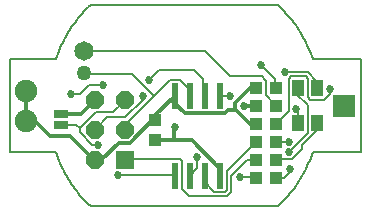
<source format=gtl>
G75*
%MOIN*%
%OFA0B0*%
%FSLAX25Y25*%
%IPPOS*%
%LPD*%
%AMOC8*
5,1,8,0,0,1.08239X$1,22.5*
%
%ADD10C,0.00500*%
%ADD11R,0.03937X0.04331*%
%ADD12R,0.05000X0.02500*%
%ADD13R,0.04331X0.03937*%
%ADD14R,0.02400X0.08700*%
%ADD15R,0.07500X0.07500*%
%ADD16C,0.07500*%
%ADD17C,0.06500*%
%ADD18C,0.05000*%
%ADD19R,0.03937X0.05512*%
%ADD20R,0.05906X0.05906*%
%ADD21OC8,0.05906*%
%ADD22C,0.01200*%
%ADD23C,0.02700*%
%ADD24C,0.00800*%
D10*
X0001250Y0024750D02*
X0016750Y0024750D01*
X0001250Y0024750D02*
X0001250Y0055750D01*
X0016750Y0055750D01*
X0028250Y0073750D02*
X0090750Y0073750D01*
X0102250Y0055750D02*
X0118250Y0055750D01*
X0118250Y0024750D01*
X0102250Y0024750D01*
X0090750Y0006750D02*
X0028250Y0006750D01*
X0027533Y0007421D01*
X0026832Y0008109D01*
X0026148Y0008814D01*
X0025481Y0009534D01*
X0024831Y0010270D01*
X0024198Y0011022D01*
X0023584Y0011788D01*
X0022988Y0012569D01*
X0022411Y0013364D01*
X0021854Y0014172D01*
X0021315Y0014993D01*
X0020796Y0015827D01*
X0020297Y0016673D01*
X0019819Y0017530D01*
X0019361Y0018399D01*
X0018923Y0019278D01*
X0018507Y0020168D01*
X0018112Y0021067D01*
X0017739Y0021975D01*
X0017387Y0022892D01*
X0017058Y0023817D01*
X0016750Y0024750D01*
X0016750Y0055750D02*
X0017058Y0056683D01*
X0017387Y0057608D01*
X0017739Y0058525D01*
X0018112Y0059433D01*
X0018507Y0060332D01*
X0018923Y0061222D01*
X0019361Y0062101D01*
X0019819Y0062970D01*
X0020297Y0063827D01*
X0020796Y0064673D01*
X0021315Y0065507D01*
X0021854Y0066328D01*
X0022411Y0067136D01*
X0022988Y0067931D01*
X0023584Y0068712D01*
X0024198Y0069478D01*
X0024831Y0070230D01*
X0025481Y0070966D01*
X0026148Y0071686D01*
X0026832Y0072391D01*
X0027533Y0073079D01*
X0028250Y0073750D01*
X0090750Y0073750D02*
X0091467Y0073079D01*
X0092168Y0072391D01*
X0092852Y0071686D01*
X0093519Y0070966D01*
X0094169Y0070230D01*
X0094802Y0069478D01*
X0095416Y0068712D01*
X0096012Y0067931D01*
X0096589Y0067136D01*
X0097146Y0066328D01*
X0097685Y0065507D01*
X0098204Y0064673D01*
X0098703Y0063827D01*
X0099181Y0062970D01*
X0099639Y0062101D01*
X0100077Y0061222D01*
X0100493Y0060332D01*
X0100888Y0059433D01*
X0101261Y0058525D01*
X0101613Y0057608D01*
X0101942Y0056683D01*
X0102250Y0055750D01*
X0102250Y0024750D02*
X0101942Y0023817D01*
X0101613Y0022892D01*
X0101261Y0021975D01*
X0100888Y0021067D01*
X0100493Y0020168D01*
X0100077Y0019278D01*
X0099639Y0018399D01*
X0099181Y0017530D01*
X0098703Y0016673D01*
X0098204Y0015827D01*
X0097685Y0014993D01*
X0097146Y0014172D01*
X0096589Y0013364D01*
X0096012Y0012569D01*
X0095416Y0011788D01*
X0094802Y0011022D01*
X0094169Y0010270D01*
X0093519Y0009534D01*
X0092852Y0008814D01*
X0092168Y0008109D01*
X0091467Y0007421D01*
X0090750Y0006750D01*
D11*
X0049750Y0028904D03*
X0049750Y0035596D03*
D12*
X0018333Y0033963D03*
X0018333Y0037506D03*
D13*
X0083404Y0040250D03*
X0083404Y0034250D03*
X0083404Y0028250D03*
X0083404Y0022250D03*
X0083404Y0016250D03*
X0090096Y0016250D03*
X0090096Y0022250D03*
X0090096Y0028250D03*
X0090096Y0034250D03*
X0090096Y0040250D03*
X0090096Y0046250D03*
X0083404Y0046250D03*
D14*
X0071250Y0043450D03*
X0066250Y0043450D03*
X0061250Y0043450D03*
X0056250Y0043450D03*
X0056250Y0016950D03*
X0061250Y0016950D03*
X0066250Y0016950D03*
X0071250Y0016950D03*
D15*
X0112750Y0040250D03*
D16*
X0006750Y0035250D03*
X0006750Y0045250D03*
D17*
X0025900Y0058545D03*
D18*
X0025900Y0051065D03*
D19*
X0097404Y0046156D03*
X0103703Y0046156D03*
X0103703Y0034344D03*
X0097404Y0034344D03*
D20*
X0039750Y0022250D03*
D21*
X0039750Y0032250D03*
X0029750Y0032250D03*
X0029750Y0022250D03*
X0029750Y0042250D03*
X0039750Y0042250D03*
D22*
X0049850Y0037050D02*
X0049850Y0035650D01*
X0049750Y0035596D01*
X0049150Y0035650D01*
X0041450Y0027950D01*
X0037600Y0027950D01*
X0032000Y0022350D01*
X0029900Y0022350D01*
X0029750Y0022250D01*
X0029200Y0022350D01*
X0021300Y0030250D01*
X0014650Y0030250D01*
X0009950Y0034950D01*
X0007150Y0034950D01*
X0006750Y0035250D01*
X0006800Y0035300D01*
X0006800Y0045100D01*
X0006750Y0045250D01*
X0018333Y0037506D02*
X0025006Y0037506D01*
X0029750Y0042250D01*
X0029550Y0041950D01*
X0049850Y0037050D02*
X0056250Y0043450D01*
X0055450Y0041950D01*
X0059650Y0037750D01*
X0072950Y0037750D01*
X0074000Y0038800D01*
X0076100Y0038800D01*
X0076450Y0039150D01*
X0076450Y0041250D01*
X0081350Y0046150D01*
X0083100Y0046150D01*
X0083404Y0046250D01*
X0083404Y0040250D02*
X0083100Y0040200D01*
X0079250Y0040200D01*
X0076450Y0039150D02*
X0081350Y0034250D01*
X0083404Y0034250D01*
X0071200Y0019550D02*
X0071200Y0017100D01*
X0071250Y0016950D01*
X0071200Y0019550D02*
X0062100Y0028650D01*
X0056150Y0028650D01*
X0056150Y0033150D01*
X0056250Y0033250D01*
X0056150Y0028650D02*
X0049850Y0028650D01*
X0049750Y0028904D01*
D23*
X0056250Y0033250D03*
X0063850Y0023050D03*
X0078200Y0016400D03*
X0094300Y0024800D03*
X0094300Y0028300D03*
X0094750Y0019250D03*
X0096750Y0039250D03*
X0107950Y0045800D03*
X0092900Y0051400D03*
X0085200Y0053850D03*
X0074700Y0043350D03*
X0079250Y0040200D03*
X0047750Y0048950D03*
X0045650Y0043350D03*
X0032350Y0047200D03*
X0021750Y0044250D03*
X0030600Y0027250D03*
X0037250Y0017100D03*
D24*
X0056150Y0017100D01*
X0056250Y0016950D01*
X0058600Y0012550D02*
X0058600Y0021650D01*
X0057900Y0022350D01*
X0040050Y0022350D01*
X0039750Y0022250D01*
X0030600Y0027250D02*
X0028850Y0027250D01*
X0024650Y0031450D01*
X0024650Y0032850D01*
X0023537Y0033963D01*
X0018333Y0033963D01*
X0024650Y0032850D02*
X0029900Y0038100D01*
X0035850Y0038100D01*
X0039700Y0041950D01*
X0039750Y0042250D01*
X0039700Y0036350D02*
X0045650Y0042300D01*
X0045650Y0043350D01*
X0049325Y0043525D02*
X0042150Y0050700D01*
X0026050Y0050700D01*
X0025900Y0051065D01*
X0025700Y0051400D01*
X0027750Y0047250D02*
X0032300Y0047250D01*
X0032350Y0047200D01*
X0027750Y0047250D02*
X0024750Y0044250D01*
X0021750Y0044250D01*
X0029900Y0032500D02*
X0033750Y0036350D01*
X0039700Y0036350D01*
X0040050Y0034250D02*
X0040050Y0032500D01*
X0039750Y0032250D01*
X0040050Y0034250D02*
X0049325Y0043525D01*
X0054750Y0048950D01*
X0057900Y0048950D01*
X0061050Y0045800D01*
X0061050Y0043700D01*
X0061250Y0043450D01*
X0065950Y0043700D02*
X0066250Y0043450D01*
X0065950Y0043700D02*
X0065950Y0045800D01*
X0065750Y0046000D01*
X0065750Y0049250D01*
X0062750Y0052250D01*
X0051050Y0052250D01*
X0047750Y0048950D01*
X0029900Y0032500D02*
X0029750Y0032250D01*
X0058600Y0012550D02*
X0061050Y0010100D01*
X0073650Y0010100D01*
X0075050Y0011500D01*
X0075050Y0016750D01*
X0080300Y0022000D01*
X0083100Y0022000D01*
X0083404Y0022250D01*
X0083100Y0027950D02*
X0083404Y0028250D01*
X0083100Y0027950D02*
X0073650Y0018500D01*
X0073650Y0012200D01*
X0072950Y0011500D01*
X0069450Y0011500D01*
X0066300Y0014650D01*
X0066300Y0016750D01*
X0066250Y0016950D01*
X0063850Y0019550D02*
X0061250Y0016950D01*
X0063850Y0019550D02*
X0063850Y0023050D01*
X0078200Y0016400D02*
X0083100Y0016400D01*
X0083404Y0016250D01*
X0090096Y0016250D02*
X0092750Y0016250D01*
X0094750Y0018250D01*
X0094750Y0019250D01*
X0095350Y0022350D02*
X0098850Y0025850D01*
X0098850Y0027250D01*
X0103400Y0031800D01*
X0103400Y0033900D01*
X0103703Y0034344D01*
X0103400Y0034250D01*
X0100600Y0031100D02*
X0094300Y0024800D01*
X0095350Y0022350D02*
X0090450Y0022350D01*
X0090096Y0022250D01*
X0090100Y0022350D01*
X0090096Y0028250D02*
X0090100Y0028300D01*
X0094300Y0028300D01*
X0097404Y0034344D02*
X0097404Y0038596D01*
X0096750Y0039250D01*
X0094300Y0038450D02*
X0094300Y0049300D01*
X0095000Y0050000D01*
X0099900Y0050000D01*
X0100600Y0049300D01*
X0100600Y0043000D01*
X0101300Y0042300D01*
X0106200Y0042300D01*
X0107950Y0044050D01*
X0107950Y0045800D01*
X0103703Y0046156D02*
X0103400Y0046500D01*
X0103400Y0048600D01*
X0100600Y0051400D01*
X0092900Y0051400D01*
X0089750Y0049300D02*
X0085200Y0053850D01*
X0085250Y0050250D02*
X0074750Y0050250D01*
X0066455Y0058545D01*
X0025900Y0058545D01*
X0071250Y0043450D02*
X0071550Y0043350D01*
X0074700Y0043350D01*
X0085250Y0050250D02*
X0086550Y0048950D01*
X0086600Y0048950D01*
X0086600Y0043700D01*
X0089750Y0040550D01*
X0090096Y0040250D01*
X0094300Y0038450D02*
X0090100Y0034250D01*
X0090096Y0034250D01*
X0100600Y0031100D02*
X0100600Y0040400D01*
X0096750Y0044250D01*
X0096750Y0045502D01*
X0097404Y0046156D01*
X0097450Y0046150D01*
X0090096Y0046250D02*
X0089750Y0046500D01*
X0089750Y0049300D01*
M02*

</source>
